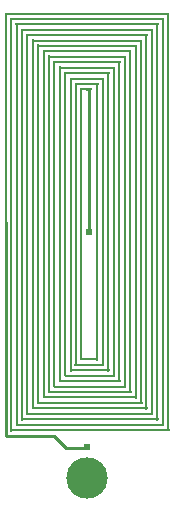
<source format=gtl>
G04 ---------------------------- Layer name :TOP LAYER*
G04 EasyEDA v5.3.2, Thu, 15 Mar 2018 12:19:24 GMT*
G04 Gerber Generator version 0.2*
G04 Scale: 100 percent, Rotated: No, Reflected: No *
G04 Dimensions in millimeters *
G04 leading zeros omitted , absolute positions ,3 integer and 3 decimal *
%FSLAX33Y33*%
%MOMM*%
G90*
G71D02*

%ADD10C,0.254000*%
%ADD11C,0.619760*%
%ADD12R,0.228600X35.499929*%
%ADD13R,13.999972X0.228600*%
%ADD14R,13.539978X0.228600*%
%ADD15R,0.228600X35.039808*%
%ADD16R,13.079974X0.228600*%
%ADD17R,0.228600X34.579931*%
%ADD18R,12.619975X0.228600*%
%ADD19R,0.228600X34.119820*%
%ADD20R,12.159976X0.228600*%
%ADD21R,0.228600X33.659826*%
%ADD22R,11.700002X0.228600*%
%ADD23R,0.228600X33.199934*%
%ADD24R,11.239978X0.228600*%
%ADD25R,0.228600X32.739935*%
%ADD26R,10.780014X0.228600*%
%ADD27R,0.228600X32.279935*%
%ADD28R,10.319979X0.228600*%
%ADD29R,0.228600X31.819936*%
%ADD30R,9.860026X0.228600*%
%ADD31R,0.228600X31.359856*%
%ADD32R,9.399981X0.228600*%
%ADD33R,0.228600X30.899862*%
%ADD34R,8.939982X0.228600*%
%ADD35R,0.228600X30.439939*%
%ADD36R,8.479983X0.228600*%
%ADD37R,0.228600X29.979940*%
%ADD38R,8.019984X0.228600*%
%ADD39R,0.228600X29.519880*%
%ADD40R,7.560056X0.228600*%
%ADD41R,0.228600X29.059886*%
%ADD42R,7.100062X0.228600*%
%ADD43R,0.228600X28.599943*%
%ADD44R,6.640068X0.228600*%
%ADD45R,0.228600X28.139898*%
%ADD46R,6.180074X0.228600*%
%ADD47R,0.228600X27.679945*%
%ADD48R,5.719989X0.228600*%
%ADD49R,0.228600X27.219946*%
%ADD50R,5.259989X0.228600*%
%ADD51R,0.228600X26.759946*%
%ADD52R,4.800092X0.228600*%
%ADD53R,0.228600X26.299947*%
%ADD54R,4.340098X0.228600*%
%ADD55R,0.228600X25.839948*%
%ADD56R,3.880104X0.228600*%
%ADD57R,0.228600X25.379949*%
%ADD58R,3.419993X0.228600*%
%ADD59R,0.228600X24.919950*%
%ADD60R,2.960116X0.228600*%
%ADD61R,0.228600X24.459951*%
%ADD62R,2.499995X0.228600*%
%ADD63R,0.228600X23.999952*%
%ADD64R,2.039996X0.228600*%
%ADD65R,0.228600X23.539958*%
%ADD66R,1.579997X0.228600*%
%ADD67R,0.228600X23.079964*%
%ADD68R,1.119998X0.228600*%
%ADD69C,3.499866*%

%LPD*%
G54D10*
G01X7450Y36482D02*
G01X7697Y36482D01*
G01X7697Y24439D01*
G01X605Y25273D02*
G01X605Y7161D01*
G01X627Y7139D01*
G01X4691Y7139D01*
G01X5707Y6123D01*
G01X7412Y6123D01*
G01X7466Y6177D01*
G54D12*
G01X605Y25273D03*
G54D13*
G01X7491Y42909D03*
G54D12*
G01X14377Y25272D03*
G54D14*
G01X7721Y7625D03*
G54D15*
G01X1067Y25030D03*
G54D16*
G01X7491Y42439D03*
G54D17*
G01X13917Y25266D03*
G54D18*
G01X7721Y8091D03*
G54D19*
G01X1525Y25036D03*
G54D20*
G01X7489Y41986D03*
G54D21*
G01X13454Y25272D03*
G54D22*
G01X7716Y8559D03*
G54D23*
G01X1980Y25046D03*
G54D24*
G01X7482Y41531D03*
G54D25*
G01X12986Y25275D03*
G54D26*
G01X7712Y9024D03*
G54D27*
G01X2437Y25048D03*
G54D28*
G01X7485Y41075D03*
G54D29*
G01X12530Y25279D03*
G54D30*
G01X7706Y9483D03*
G54D31*
G01X2890Y25050D03*
G54D32*
G01X7488Y40624D03*
G54D33*
G01X12071Y25286D03*
G54D34*
G01X7715Y9954D03*
G54D35*
G01X3360Y25063D03*
G54D36*
G01X7487Y40168D03*
G54D37*
G01X11613Y25292D03*
G54D38*
G01X7713Y10414D03*
G54D39*
G01X3817Y25061D03*
G54D40*
G01X7483Y39705D03*
G54D41*
G01X11149Y25289D03*
G54D42*
G01X7714Y10872D03*
G54D43*
G01X4277Y25061D03*
G54D44*
G01X7482Y39245D03*
G54D45*
G01X10686Y25285D03*
G54D46*
G01X7709Y11329D03*
G54D47*
G01X4735Y25055D03*
G54D48*
G01X7479Y38780D03*
G54D49*
G01X10227Y25282D03*
G54D50*
G01X7710Y11787D03*
G54D51*
G01X5194Y25054D03*
G54D52*
G01X7478Y38319D03*
G54D53*
G01X9764Y25282D03*
G54D54*
G01X7708Y12247D03*
G54D55*
G01X5650Y25052D03*
G54D56*
G01X7478Y37858D03*
G54D57*
G01X9303Y25282D03*
G54D58*
G01X7706Y12701D03*
G54D59*
G01X6109Y25047D03*
G54D60*
G01X7472Y37393D03*
G54D61*
G01X8837Y25276D03*
G54D62*
G01X7700Y13161D03*
G54D63*
G01X6564Y25045D03*
G54D64*
G01X7468Y36949D03*
G54D65*
G01X8372Y25292D03*
G54D66*
G01X7685Y13634D03*
G54D67*
G01X7009Y25057D03*
G54D68*
G01X7450Y36482D03*
G54D69*
G01X7466Y3573D03*
G54D11*
G01X7466Y6177D03*
G01X7689Y24439D03*
M00*
M02*

</source>
